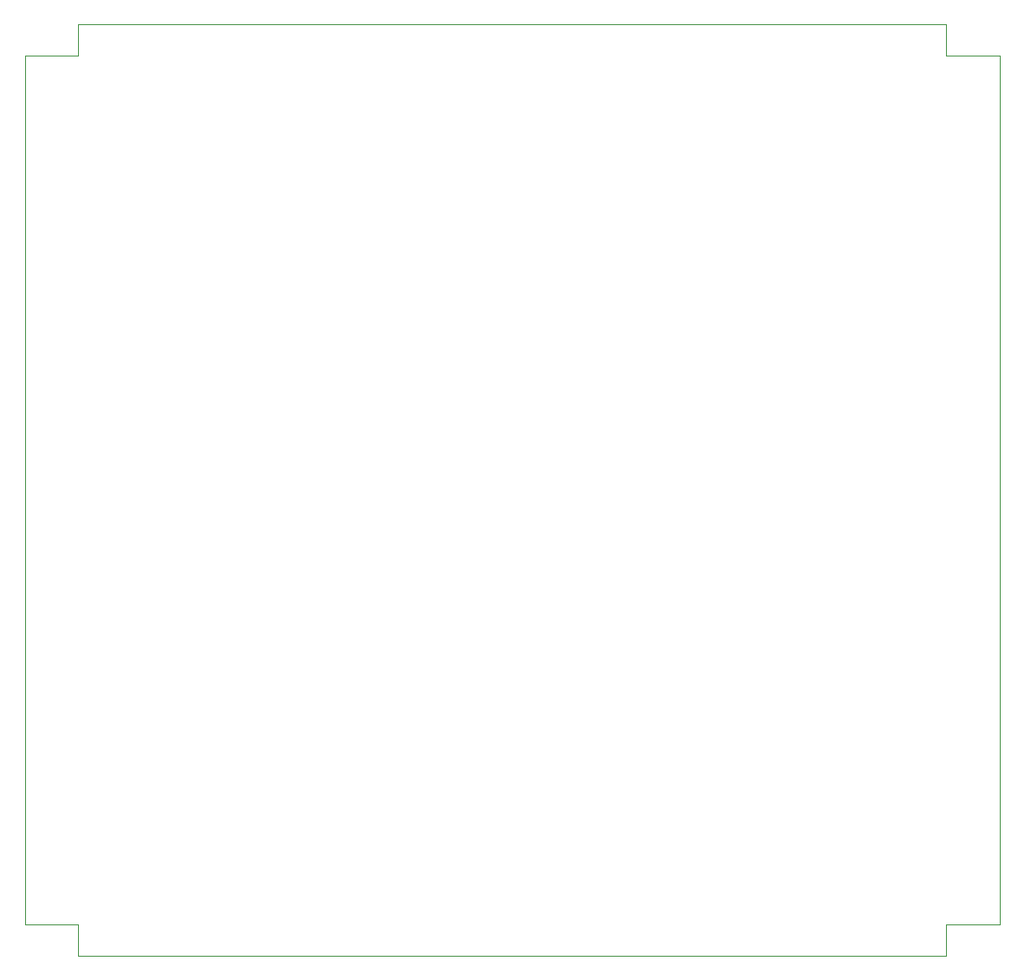
<source format=gbr>
%TF.GenerationSoftware,KiCad,Pcbnew,(6.0.4)*%
%TF.CreationDate,2022-10-21T15:07:08+11:00*%
%TF.ProjectId,Sensors,53656e73-6f72-4732-9e6b-696361645f70,rev?*%
%TF.SameCoordinates,Original*%
%TF.FileFunction,Profile,NP*%
%FSLAX46Y46*%
G04 Gerber Fmt 4.6, Leading zero omitted, Abs format (unit mm)*
G04 Created by KiCad (PCBNEW (6.0.4)) date 2022-10-21 15:07:08*
%MOMM*%
%LPD*%
G01*
G04 APERTURE LIST*
%TA.AperFunction,Profile*%
%ADD10C,0.120000*%
%TD*%
G04 APERTURE END LIST*
D10*
%TO.C,Board1*%
X194200000Y-121800000D02*
X194200000Y-39800000D01*
X189200000Y-121800000D02*
X194200000Y-121800000D01*
X189200000Y-124800000D02*
X189200000Y-121800000D01*
X107200000Y-121800000D02*
X107200000Y-124800000D01*
X107200000Y-36800000D02*
X107200000Y-39800000D01*
X194200000Y-39800000D02*
X189200000Y-39800000D01*
X107200000Y-124800000D02*
X189200000Y-124800000D01*
X189200000Y-36800000D02*
X107200000Y-36800000D01*
X102200000Y-121800000D02*
X107200000Y-121800000D01*
X189200000Y-39800000D02*
X189200000Y-36800000D01*
X102200000Y-39800000D02*
X102200000Y-121800000D01*
X107200000Y-39800000D02*
X102200000Y-39800000D01*
%TD*%
M02*

</source>
